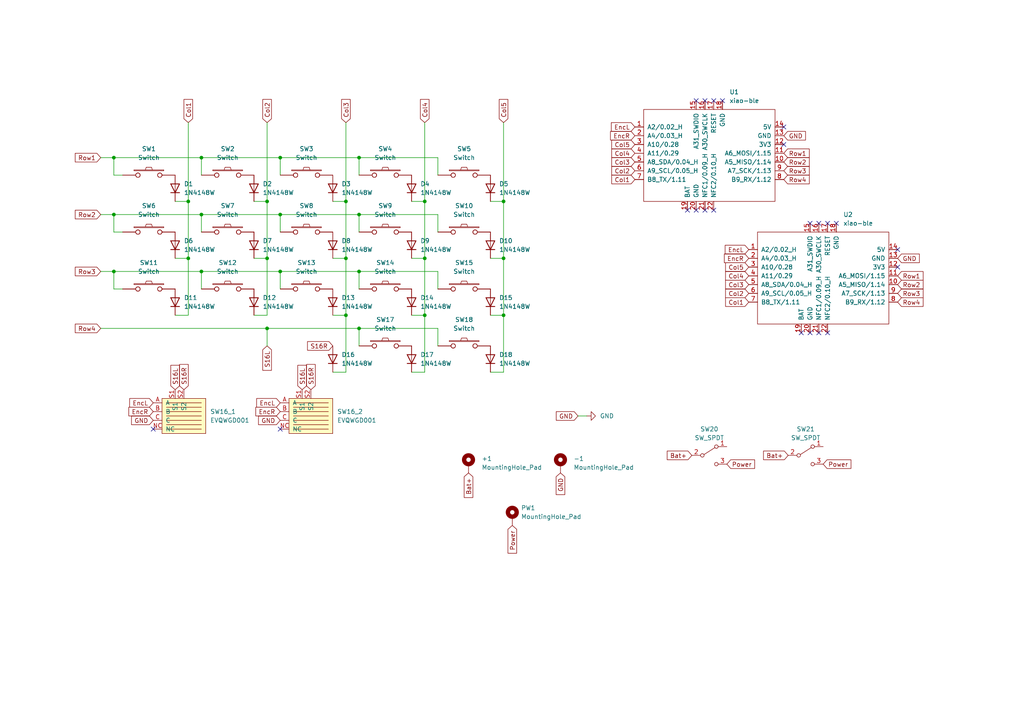
<source format=kicad_sch>
(kicad_sch (version 20211123) (generator eeschema)
  (paper "A4")
  (lib_symbols
    (symbol "Diode:1N4148W" (pin_numbers hide) (pin_names (offset 1.016) hide)
      (property "Reference" "D" (at 0 2.54 0))
      (property "Value" "1N4148W" (at 0 -2.54 0))
      (symbol "1N4148W_0_1"
        (polyline (pts (xy -1.27 1.27) (xy -1.27 -1.27)) (stroke (width 0.254)))
        (polyline (pts (xy 1.27 0) (xy -1.27 0)))
        (polyline (pts (xy 1.27 1.27) (xy 1.27 -1.27) (xy -1.27 0) (xy 1.27 1.27)) (stroke (width 0.254)))
      )
      (symbol "1N4148W_1_1"
        (pin passive line (at -3.81 0 0) (length 2.54) (name "K") (number "1"))
        (pin passive line (at 3.81 0 180) (length 2.54) (name "A") (number "2"))
      )
    )
    (symbol "Mechanical:MountingHole_Pad" (pin_numbers hide) (pin_names (offset 1.016) hide)
      (property "Reference" "H" (at 0 6.35 0))
      (property "Value" "MountingHole_Pad" (at 0 4.445 0))
      (symbol "MountingHole_Pad_0_1"
        (circle (center 0 1.27) (radius 1.27) (stroke (width 1.27)))
      )
      (symbol "MountingHole_Pad_1_1"
        (pin input line (at 0 -2.54 90) (length 2.54) (name "1") (number "1"))
      )
    )
    (symbol "Switch:SW_SPDT" (pin_names (offset 0) hide)
      (property "Reference" "SW" (at 0 4.318 0))
      (property "Value" "SW_SPDT" (at 0 -5.08 0))
      (symbol "SW_SPDT_0_0"
        (circle (center -2.032 0) (radius 0.508))
        (circle (center 2.032 -2.54) (radius 0.508))
      )
      (symbol "SW_SPDT_0_1"
        (polyline (pts (xy -1.524 0.254) (xy 1.651 2.286)))
        (circle (center 2.032 2.54) (radius 0.508))
      )
      (symbol "SW_SPDT_1_1"
        (pin passive line (at 5.08 2.54 180) (length 2.54) (name "A") (number "1"))
        (pin passive line (at -5.08 0 0) (length 2.54) (name "B") (number "2"))
        (pin passive line (at 5.08 -2.54 180) (length 2.54) (name "C") (number "3"))
      )
    )
    (symbol "evq:EVQWGD001" (pin_names (offset 1.016))
      (property "Reference" "SW13" (at 1.3716 -7.0612 0))
      (property "Value" "EVQWGD001" (at -0.9398 -7.0612 0))
      (symbol "EVQWGD001_0_1"
        (rectangle (start -6.35 3.81) (end 6.35 -6.35) (fill (type background)))
        (polyline (pts (xy -5.08 -5.08) (xy 5.08 -5.08)))
        (polyline (pts (xy -5.08 -3.81) (xy 5.08 -3.81)))
        (polyline (pts (xy -5.08 -2.54) (xy 5.08 -2.54)))
        (polyline (pts (xy -5.08 -1.27) (xy 5.08 -1.27)))
        (polyline (pts (xy -5.08 0) (xy 5.08 0)))
        (polyline (pts (xy -5.08 1.27) (xy 5.08 1.27)))
        (polyline (pts (xy -5.08 2.54) (xy 5.08 2.54)))
      )
      (symbol "EVQWGD001_1_1"
        (pin output line (at -8.89 2.54 0) (length 2.54) (name "A") (number "A"))
        (pin output line (at -8.89 0 0) (length 2.54) (name "B") (number "B"))
        (pin passive line (at -8.89 -2.54 0) (length 2.54) (name "C") (number "C"))
        (pin unspecified line (at -8.89 -5.08 0) (length 2.54) (name "NC") (number "NC"))
        (pin output line (at -2.54 6.35 270) (length 2.54) (name "S1") (number "S1"))
        (pin output line (at 0 6.35 270) (length 2.54) (name "S2") (number "S2"))
      )
    )
    (symbol "power:GND" (power) (pin_names (offset 0))
      (property "Value" "GND" (at 0 -3.81 0))
      (symbol "GND_0_1"
        (polyline (pts (xy 0 0) (xy 0 -1.27) (xy 1.27 -1.27) (xy 0 -2.54) (xy -1.27 -1.27) (xy 0 -1.27)))
      )
      (symbol "GND_1_1"
        (pin power_in line (at 0 0 270) (length 0) hide (name "GND") (number "1"))
      )
    )
    (symbol "smores:Switch" (pin_numbers hide) (pin_names (offset 1.016) hide)
      (property "Reference" "SW" (at 3.81 2.794 0))
      (property "Value" "Switch" (at 0 -2.032 0))
      (symbol "Switch_0_1"
        (rectangle (start -4.318 1.27) (end 4.318 1.524))
        (polyline (pts (xy -1.016 1.524) (xy -0.762 2.286) (xy 0.762 2.286) (xy 1.016 1.524)))
        (pin passive inverted (at -7.62 0 0) (length 5.08) (name "1") (number "1"))
        (pin passive inverted (at 7.62 0 180) (length 5.08) (name "2") (number "2"))
      )
    )
    (symbol "xiao:xiao-ble" (pin_names (offset 1.016))
      (property "Reference" "U" (at -17.78 16.51 0))
      (property "Value" "xiao-ble" (at -15.24 13.97 0))
      (symbol "xiao-ble_0_1"
        (rectangle (start -19.05 12.7) (end 19.05 -13.97))
      )
      (symbol "xiao-ble_1_1"
        (pin bidirectional line (at -21.59 7.62 0) (length 2.54) (name "A2/0.02_H") (number "1"))
        (pin bidirectional line (at 21.59 -2.54 180) (length 2.54) (name "A5_MISO/1.14") (number "10"))
        (pin bidirectional line (at 21.59 0 180) (length 2.54) (name "A6_MOSI/1.15") (number "11"))
        (pin power_out line (at 21.59 2.54 180) (length 2.54) (name "3V3") (number "12"))
        (pin power_out line (at 21.59 5.08 180) (length 2.54) (name "GND") (number "13"))
        (pin power_out line (at 21.59 7.62 180) (length 2.54) (name "5V") (number "14"))
        (pin input line (at -3.81 15.24 270) (length 2.54) (name "A31_SWDIO") (number "15"))
        (pin input line (at -1.27 15.24 270) (length 2.54) (name "A30_SWCLK") (number "16"))
        (pin input line (at 1.27 15.24 270) (length 2.54) (name "RESET") (number "17"))
        (pin power_out line (at 3.81 15.24 270) (length 2.54) (name "GND") (number "18"))
        (pin bidirectional line (at -6.35 -16.51 90) (length 2.54) (name "BAT") (number "19"))
        (pin bidirectional line (at -21.59 5.08 0) (length 2.54) (name "A4/0.03_H") (number "2"))
        (pin power_out line (at -3.81 -16.51 90) (length 2.54) (name "GND") (number "20"))
        (pin bidirectional line (at -1.27 -16.51 90) (length 2.54) (name "NFC1/0.09_H") (number "21"))
        (pin bidirectional line (at 1.27 -16.51 90) (length 2.54) (name "NFC2/0.10_H") (number "22"))
        (pin bidirectional line (at -21.59 2.54 0) (length 2.54) (name "A10/0.28") (number "3"))
        (pin bidirectional line (at -21.59 0 0) (length 2.54) (name "A11/0.29") (number "4"))
        (pin bidirectional line (at -21.59 -2.54 0) (length 2.54) (name "A8_SDA/0.04_H") (number "5"))
        (pin bidirectional line (at -21.59 -5.08 0) (length 2.54) (name "A9_SCL/0.05_H") (number "6"))
        (pin bidirectional line (at -21.59 -7.62 0) (length 2.54) (name "B8_TX/1.11") (number "7"))
        (pin bidirectional line (at 21.59 -7.62 180) (length 2.54) (name "B9_RX/1.12") (number "8"))
        (pin bidirectional line (at 21.59 -5.08 180) (length 2.54) (name "A7_SCK/1.13") (number "9"))
      )
    )
  )
  (junction (at 81.28 78.74))
  (junction (at 146.05 74.93))
  (junction (at 146.05 91.44))
  (junction (at 100.33 91.44))
  (junction (at 81.28 62.23))
  (junction (at 33.02 78.74))
  (junction (at 33.02 62.23))
  (junction (at 77.47 74.93))
  (junction (at 58.42 62.23))
  (junction (at 77.47 95.25))
  (junction (at 77.47 58.42))
  (junction (at 58.42 45.72))
  (junction (at 123.19 58.42))
  (junction (at 104.14 62.23))
  (junction (at 100.33 74.93))
  (junction (at 54.61 58.42))
  (junction (at 104.14 45.72))
  (junction (at 58.42 78.74))
  (junction (at 123.19 91.44))
  (junction (at 33.02 45.72))
  (junction (at 104.14 78.74))
  (junction (at 104.14 95.25))
  (junction (at 123.19 74.93))
  (junction (at 100.33 58.42))
  (junction (at 146.05 58.42))
  (junction (at 81.28 45.72))
  (junction (at 54.61 74.93))
  (no_connect (at 237.49 96.52))
  (no_connect (at 227.33 41.91))
  (no_connect (at 237.49 64.77))
  (no_connect (at 234.95 64.77))
  (no_connect (at 44.45 124.46))
  (no_connect (at 81.28 124.46))
  (no_connect (at 204.47 60.96))
  (no_connect (at 207.01 60.96))
  (no_connect (at 204.47 29.21))
  (no_connect (at 201.93 29.21))
  (no_connect (at 240.03 96.52))
  (no_connect (at 260.35 77.47))
  (no_connect (at 207.01 29.21))
  (no_connect (at 209.55 29.21))
  (no_connect (at 199.39 60.96))
  (no_connect (at 201.93 60.96))
  (no_connect (at 227.33 36.83))
  (no_connect (at 260.35 72.39))
  (no_connect (at 240.03 64.77))
  (no_connect (at 242.57 64.77))
  (no_connect (at 232.41 96.52))
  (no_connect (at 234.95 96.52))
  (wire (pts (xy 33.02 45.72) (xy 33.02 50.8)))
  (wire (pts (xy 50.8 91.44) (xy 54.61 91.44)))
  (wire (pts (xy 104.14 78.74) (xy 104.14 83.82)))
  (wire (pts (xy 127 45.72) (xy 127 50.8)))
  (wire (pts (xy 104.14 62.23) (xy 127 62.23)))
  (wire (pts (xy 54.61 35.56) (xy 54.61 58.42)))
  (wire (pts (xy 33.02 45.72) (xy 58.42 45.72)))
  (wire (pts (xy 77.47 95.25) (xy 104.14 95.25)))
  (wire (pts (xy 29.21 95.25) (xy 77.47 95.25)))
  (wire (pts (xy 104.14 95.25) (xy 104.14 100.33)))
  (wire (pts (xy 127 95.25) (xy 127 100.33)))
  (wire (pts (xy 96.52 58.42) (xy 100.33 58.42)))
  (wire (pts (xy 35.56 83.82) (xy 33.02 83.82)))
  (wire (pts (xy 123.19 35.56) (xy 123.19 58.42)))
  (wire (pts (xy 58.42 62.23) (xy 58.42 67.31)))
  (wire (pts (xy 33.02 50.8) (xy 35.56 50.8)))
  (wire (pts (xy 50.8 58.42) (xy 54.61 58.42)))
  (wire (pts (xy 100.33 91.44) (xy 100.33 107.95)))
  (wire (pts (xy 58.42 78.74) (xy 58.42 83.82)))
  (wire (pts (xy 142.24 91.44) (xy 146.05 91.44)))
  (wire (pts (xy 127 78.74) (xy 127 83.82)))
  (wire (pts (xy 58.42 45.72) (xy 81.28 45.72)))
  (wire (pts (xy 146.05 35.56) (xy 146.05 58.42)))
  (wire (pts (xy 81.28 62.23) (xy 104.14 62.23)))
  (wire (pts (xy 146.05 107.95) (xy 142.24 107.95)))
  (wire (pts (xy 33.02 78.74) (xy 58.42 78.74)))
  (wire (pts (xy 146.05 74.93) (xy 146.05 91.44)))
  (wire (pts (xy 29.21 78.74) (xy 33.02 78.74)))
  (wire (pts (xy 123.19 74.93) (xy 123.19 91.44)))
  (wire (pts (xy 104.14 62.23) (xy 104.14 67.31)))
  (wire (pts (xy 33.02 83.82) (xy 33.02 78.74)))
  (wire (pts (xy 33.02 62.23) (xy 58.42 62.23)))
  (wire (pts (xy 58.42 62.23) (xy 81.28 62.23)))
  (wire (pts (xy 77.47 95.25) (xy 77.47 100.33)))
  (wire (pts (xy 77.47 74.93) (xy 77.47 91.44)))
  (wire (pts (xy 104.14 45.72) (xy 127 45.72)))
  (wire (pts (xy 54.61 74.93) (xy 54.61 91.44)))
  (wire (pts (xy 77.47 35.56) (xy 77.47 58.42)))
  (wire (pts (xy 146.05 91.44) (xy 146.05 107.95)))
  (wire (pts (xy 119.38 74.93) (xy 123.19 74.93)))
  (wire (pts (xy 29.21 45.72) (xy 33.02 45.72)))
  (wire (pts (xy 33.02 67.31) (xy 35.56 67.31)))
  (wire (pts (xy 100.33 35.56) (xy 100.33 58.42)))
  (wire (pts (xy 81.28 78.74) (xy 104.14 78.74)))
  (wire (pts (xy 96.52 74.93) (xy 100.33 74.93)))
  (wire (pts (xy 81.28 45.72) (xy 81.28 50.8)))
  (wire (pts (xy 73.66 91.44) (xy 77.47 91.44)))
  (wire (pts (xy 54.61 58.42) (xy 54.61 74.93)))
  (wire (pts (xy 146.05 58.42) (xy 146.05 74.93)))
  (wire (pts (xy 142.24 74.93) (xy 146.05 74.93)))
  (wire (pts (xy 33.02 62.23) (xy 33.02 67.31)))
  (wire (pts (xy 100.33 58.42) (xy 100.33 74.93)))
  (wire (pts (xy 123.19 91.44) (xy 123.19 107.95)))
  (wire (pts (xy 81.28 78.74) (xy 81.28 83.82)))
  (wire (pts (xy 119.38 58.42) (xy 123.19 58.42)))
  (wire (pts (xy 77.47 58.42) (xy 77.47 74.93)))
  (wire (pts (xy 104.14 78.74) (xy 127 78.74)))
  (wire (pts (xy 96.52 91.44) (xy 100.33 91.44)))
  (wire (pts (xy 58.42 45.72) (xy 58.42 50.8)))
  (wire (pts (xy 167.64 120.65) (xy 170.18 120.65)))
  (wire (pts (xy 81.28 62.23) (xy 81.28 67.31)))
  (wire (pts (xy 123.19 107.95) (xy 119.38 107.95)))
  (wire (pts (xy 142.24 58.42) (xy 146.05 58.42)))
  (wire (pts (xy 123.19 58.42) (xy 123.19 74.93)))
  (wire (pts (xy 73.66 58.42) (xy 77.47 58.42)))
  (wire (pts (xy 50.8 74.93) (xy 54.61 74.93)))
  (wire (pts (xy 81.28 45.72) (xy 104.14 45.72)))
  (wire (pts (xy 58.42 78.74) (xy 81.28 78.74)))
  (wire (pts (xy 127 62.23) (xy 127 67.31)))
  (wire (pts (xy 119.38 91.44) (xy 123.19 91.44)))
  (wire (pts (xy 104.14 45.72) (xy 104.14 50.8)))
  (wire (pts (xy 100.33 107.95) (xy 96.52 107.95)))
  (wire (pts (xy 29.21 62.23) (xy 33.02 62.23)))
  (wire (pts (xy 73.66 74.93) (xy 77.47 74.93)))
  (wire (pts (xy 104.14 95.25) (xy 127 95.25)))
  (wire (pts (xy 100.33 74.93) (xy 100.33 91.44)))
  (global_label "Col5" (shape input) (at 184.15 41.91 180) (property "Intersheet References" "${INTERSHEET_REFS}" (effects hide)))
  (global_label "EncL" (shape input) (at 81.28 116.84 180) (property "Intersheet References" "${INTERSHEET_REFS}" (effects hide)))
  (global_label "Power" (shape input) (at 238.76 134.62 0) (property "Intersheet References" "${INTERSHEET_REFS}" (effects hide)))
  (global_label "S16L" (shape input) (at 50.8 113.03 90) (property "Intersheet References" "${INTERSHEET_REFS}" (effects hide)))
  (global_label "Col3" (shape input) (at 100.33 35.56 90) (property "Intersheet References" "${INTERSHEET_REFS}" (effects hide)))
  (global_label "Col5" (shape input) (at 146.05 35.56 90) (property "Intersheet References" "${INTERSHEET_REFS}" (effects hide)))
  (global_label "Row1" (shape input) (at 227.33 44.45 0) (property "Intersheet References" "${INTERSHEET_REFS}" (effects hide)))
  (global_label "Row2" (shape input) (at 29.21 62.23 180) (property "Intersheet References" "${INTERSHEET_REFS}" (effects hide)))
  (global_label "Bat+" (shape input) (at 135.89 137.16 270) (property "Intersheet References" "${INTERSHEET_REFS}" (effects hide)))
  (global_label "S16L" (shape input) (at 77.47 100.33 270) (property "Intersheet References" "${INTERSHEET_REFS}" (effects hide)))
  (global_label "Power" (shape input) (at 210.82 134.62 0) (property "Intersheet References" "${INTERSHEET_REFS}" (effects hide)))
  (global_label "Row3" (shape input) (at 227.33 49.53 0) (property "Intersheet References" "${INTERSHEET_REFS}" (effects hide)))
  (global_label "Row1" (shape input) (at 29.21 45.72 180) (property "Intersheet References" "${INTERSHEET_REFS}" (effects hide)))
  (global_label "EncR" (shape input) (at 217.17 74.93 180) (property "Intersheet References" "${INTERSHEET_REFS}" (effects hide)))
  (global_label "Col1" (shape input) (at 184.15 52.07 180) (property "Intersheet References" "${INTERSHEET_REFS}" (effects hide)))
  (global_label "GND" (shape input) (at 162.56 137.16 270) (property "Intersheet References" "${INTERSHEET_REFS}" (effects hide)))
  (global_label "S16R" (shape input) (at 96.52 100.33 180) (property "Intersheet References" "${INTERSHEET_REFS}" (effects hide)))
  (global_label "EncL" (shape input) (at 184.15 36.83 180) (property "Intersheet References" "${INTERSHEET_REFS}" (effects hide)))
  (global_label "GND" (shape input) (at 44.45 121.92 180) (property "Intersheet References" "${INTERSHEET_REFS}" (effects hide)))
  (global_label "EncR" (shape input) (at 44.45 119.38 180) (property "Intersheet References" "${INTERSHEET_REFS}" (effects hide)))
  (global_label "Col4" (shape input) (at 184.15 44.45 180) (property "Intersheet References" "${INTERSHEET_REFS}" (effects hide)))
  (global_label "S16R" (shape input) (at 90.17 113.03 90) (property "Intersheet References" "${INTERSHEET_REFS}" (effects hide)))
  (global_label "GND" (shape input) (at 81.28 121.92 180) (property "Intersheet References" "${INTERSHEET_REFS}" (effects hide)))
  (global_label "Row4" (shape input) (at 260.35 87.63 0) (property "Intersheet References" "${INTERSHEET_REFS}" (effects hide)))
  (global_label "Row1" (shape input) (at 260.35 80.01 0) (property "Intersheet References" "${INTERSHEET_REFS}" (effects hide)))
  (global_label "Power" (shape input) (at 148.59 152.4 270) (property "Intersheet References" "${INTERSHEET_REFS}" (effects hide)))
  (global_label "Col4" (shape input) (at 123.19 35.56 90) (property "Intersheet References" "${INTERSHEET_REFS}" (effects hide)))
  (global_label "S16L" (shape input) (at 87.63 113.03 90) (property "Intersheet References" "${INTERSHEET_REFS}" (effects hide)))
  (global_label "Col2" (shape input) (at 184.15 49.53 180) (property "Intersheet References" "${INTERSHEET_REFS}" (effects hide)))
  (global_label "Col1" (shape input) (at 54.61 35.56 90) (property "Intersheet References" "${INTERSHEET_REFS}" (effects hide)))
  (global_label "EncL" (shape input) (at 44.45 116.84 180) (property "Intersheet References" "${INTERSHEET_REFS}" (effects hide)))
  (global_label "Col1" (shape input) (at 217.17 87.63 180) (property "Intersheet References" "${INTERSHEET_REFS}" (effects hide)))
  (global_label "Col4" (shape input) (at 217.17 80.01 180) (property "Intersheet References" "${INTERSHEET_REFS}" (effects hide)))
  (global_label "Row2" (shape input) (at 227.33 46.99 0) (property "Intersheet References" "${INTERSHEET_REFS}" (effects hide)))
  (global_label "Bat+" (shape input) (at 228.6 132.08 180) (property "Intersheet References" "${INTERSHEET_REFS}" (effects hide)))
  (global_label "Row3" (shape input) (at 29.21 78.74 180) (property "Intersheet References" "${INTERSHEET_REFS}" (effects hide)))
  (global_label "EncR" (shape input) (at 81.28 119.38 180) (property "Intersheet References" "${INTERSHEET_REFS}" (effects hide)))
  (global_label "Row2" (shape input) (at 260.35 82.55 0) (property "Intersheet References" "${INTERSHEET_REFS}" (effects hide)))
  (global_label "Row4" (shape input) (at 29.21 95.25 180) (property "Intersheet References" "${INTERSHEET_REFS}" (effects hide)))
  (global_label "Row3" (shape input) (at 260.35 85.09 0) (property "Intersheet References" "${INTERSHEET_REFS}" (effects hide)))
  (global_label "GND" (shape input) (at 260.35 74.93 0) (property "Intersheet References" "${INTERSHEET_REFS}" (effects hide)))
  (global_label "Col2" (shape input) (at 217.17 85.09 180) (property "Intersheet References" "${INTERSHEET_REFS}" (effects hide)))
  (global_label "GND" (shape input) (at 227.33 39.37 0) (property "Intersheet References" "${INTERSHEET_REFS}" (effects hide)))
  (global_label "EncR" (shape input) (at 184.15 39.37 180) (property "Intersheet References" "${INTERSHEET_REFS}" (effects hide)))
  (global_label "Row4" (shape input) (at 227.33 52.07 0) (property "Intersheet References" "${INTERSHEET_REFS}" (effects hide)))
  (global_label "Col2" (shape input) (at 77.47 35.56 90) (property "Intersheet References" "${INTERSHEET_REFS}" (effects hide)))
  (global_label "Col3" (shape input) (at 217.17 82.55 180) (property "Intersheet References" "${INTERSHEET_REFS}" (effects hide)))
  (global_label "EncL" (shape input) (at 217.17 72.39 180) (property "Intersheet References" "${INTERSHEET_REFS}" (effects hide)))
  (global_label "Col3" (shape input) (at 184.15 46.99 180) (property "Intersheet References" "${INTERSHEET_REFS}" (effects hide)))
  (global_label "S16R" (shape input) (at 53.34 113.03 90) (property "Intersheet References" "${INTERSHEET_REFS}" (effects hide)))
  (global_label "Col5" (shape input) (at 217.17 77.47 180) (property "Intersheet References" "${INTERSHEET_REFS}" (effects hide)))
  (global_label "GND" (shape input) (at 167.64 120.65 180) (property "Intersheet References" "${INTERSHEET_REFS}" (effects hide)))
  (global_label "Bat+" (shape input) (at 200.66 132.08 180) (property "Intersheet References" "${INTERSHEET_REFS}" (effects hide)))
  (symbol (lib_id "Mechanical:MountingHole_Pad") (at 162.56 134.62 0) (unit 1)
    (property "Reference" "-1" (at 166.37 133.0324 0) (effects (justify left)))
    (property "Value" "MountingHole_Pad" (at 166.37 135.5724 0) (effects (justify left)))
    (property "Footprint" "footprints:single-pin" (effects hide))
  )
  (symbol (lib_id "Diode:1N4148W") (at 96.52 87.63 90) (unit 1)
    (property "Reference" "D13" (at 99.06 86.3599 90) (effects (justify right)))
    (property "Value" "1N4148W" (at 99.06 88.8999 90) (effects (justify right)))
    (property "Footprint" "footprints:smd-diode" (effects hide))
    (property "Datasheet" "https://www.vishay.com/docs/85748/1n4148w.pdf" (effects hide))
  )
  (symbol (lib_id "smores:Switch") (at 88.9 83.82 0) (unit 1)
    (property "Reference" "SW13" (at 88.9 76.2 0))
    (property "Value" "Switch" (at 88.9 78.74 0))
    (property "Footprint" "footprints:choc-switch-solder-only" (effects hide))
  )
  (symbol (lib_id "Mechanical:MountingHole_Pad") (at 148.59 149.86 0) (unit 1)
    (property "Reference" "PW1" (at 151.13 147.3199 0) (effects (justify left)))
    (property "Value" "MountingHole_Pad" (at 151.13 149.8599 0) (effects (justify left)))
    (property "Footprint" "footprints:single-pin" (effects hide))
  )
  (symbol (lib_id "Diode:1N4148W") (at 96.52 104.14 90) (unit 1)
    (property "Reference" "D16" (at 99.06 102.8699 90) (effects (justify right)))
    (property "Value" "1N4148W" (at 99.06 105.4099 90) (effects (justify right)))
    (property "Footprint" "footprints:smd-diode" (effects hide))
    (property "Datasheet" "https://www.vishay.com/docs/85748/1n4148w.pdf" (effects hide))
  )
  (symbol (lib_id "Switch:SW_SPDT") (at 205.74 132.08 0) (unit 1)
    (property "Reference" "SW20" (at 205.74 124.46 0))
    (property "Value" "SW_SPDT" (at 205.74 127 0))
    (property "Footprint" "Button_Switch_SMD:SW_SPDT_PCM12" (effects hide))
  )
  (symbol (lib_id "smores:Switch") (at 134.62 67.31 0) (unit 1)
    (property "Reference" "SW10" (at 134.62 59.69 0))
    (property "Value" "Switch" (at 134.62 62.23 0))
    (property "Footprint" "footprints:choc-switch-solder-only" (effects hide))
  )
  (symbol (lib_id "smores:Switch") (at 66.04 50.8 0) (unit 1)
    (property "Reference" "SW2" (at 66.04 43.18 0))
    (property "Value" "Switch" (at 66.04 45.72 0))
    (property "Footprint" "footprints:choc-switch-solder-only" (effects hide))
  )
  (symbol (lib_id "smores:Switch") (at 88.9 50.8 0) (unit 1)
    (property "Reference" "SW3" (at 88.9 43.18 0))
    (property "Value" "Switch" (at 88.9 45.72 0))
    (property "Footprint" "footprints:choc-switch-solder-only" (effects hide))
  )
  (symbol (lib_id "Diode:1N4148W") (at 142.24 71.12 90) (unit 1)
    (property "Reference" "D10" (at 144.78 69.8499 90) (effects (justify right)))
    (property "Value" "1N4148W" (at 144.78 72.3899 90) (effects (justify right)))
    (property "Footprint" "footprints:smd-diode" (effects hide))
    (property "Datasheet" "https://www.vishay.com/docs/85748/1n4148w.pdf" (effects hide))
  )
  (symbol (lib_id "smores:Switch") (at 111.76 100.33 0) (unit 1)
    (property "Reference" "SW17" (at 111.76 92.71 0))
    (property "Value" "Switch" (at 111.76 95.25 0))
    (property "Footprint" "footprints:choc-switch-solder-only" (effects hide))
  )
  (symbol (lib_id "Diode:1N4148W") (at 50.8 54.61 90) (unit 1)
    (property "Reference" "D1" (at 53.34 53.3399 90) (effects (justify right)))
    (property "Value" "1N4148W" (at 53.34 55.8799 90) (effects (justify right)))
    (property "Footprint" "footprints:smd-diode" (effects hide))
    (property "Datasheet" "https://www.vishay.com/docs/85748/1n4148w.pdf" (effects hide))
  )
  (symbol (lib_id "smores:Switch") (at 43.18 83.82 0) (unit 1)
    (property "Reference" "SW11" (at 43.18 76.2 0))
    (property "Value" "Switch" (at 43.18 78.74 0))
    (property "Footprint" "footprints:choc-switch-solder-only" (effects hide))
  )
  (symbol (lib_id "smores:Switch") (at 43.18 67.31 0) (unit 1)
    (property "Reference" "SW6" (at 43.18 59.69 0))
    (property "Value" "Switch" (at 43.18 62.23 0))
    (property "Footprint" "footprints:choc-switch-solder-only" (effects hide))
  )
  (symbol (lib_id "Diode:1N4148W") (at 50.8 87.63 90) (unit 1)
    (property "Reference" "D11" (at 53.34 86.3599 90) (effects (justify right)))
    (property "Value" "1N4148W" (at 53.34 88.8999 90) (effects (justify right)))
    (property "Footprint" "footprints:smd-diode" (effects hide))
    (property "Datasheet" "https://www.vishay.com/docs/85748/1n4148w.pdf" (effects hide))
  )
  (symbol (lib_id "smores:Switch") (at 134.62 83.82 0) (unit 1)
    (property "Reference" "SW15" (at 134.62 76.2 0))
    (property "Value" "Switch" (at 134.62 78.74 0))
    (property "Footprint" "footprints:choc-switch-solder-only" (effects hide))
  )
  (symbol (lib_id "Diode:1N4148W") (at 96.52 54.61 90) (unit 1)
    (property "Reference" "D3" (at 99.06 53.3399 90) (effects (justify right)))
    (property "Value" "1N4148W" (at 99.06 55.8799 90) (effects (justify right)))
    (property "Footprint" "footprints:smd-diode" (effects hide))
    (property "Datasheet" "https://www.vishay.com/docs/85748/1n4148w.pdf" (effects hide))
  )
  (symbol (lib_id "Diode:1N4148W") (at 73.66 54.61 90) (unit 1)
    (property "Reference" "D2" (at 76.2 53.3399 90) (effects (justify right)))
    (property "Value" "1N4148W" (at 76.2 55.8799 90) (effects (justify right)))
    (property "Footprint" "footprints:smd-diode" (effects hide))
    (property "Datasheet" "https://www.vishay.com/docs/85748/1n4148w.pdf" (effects hide))
  )
  (symbol (lib_id "Diode:1N4148W") (at 73.66 71.12 90) (unit 1)
    (property "Reference" "D7" (at 76.2 69.8499 90) (effects (justify right)))
    (property "Value" "1N4148W" (at 76.2 72.3899 90) (effects (justify right)))
    (property "Footprint" "footprints:smd-diode" (effects hide))
    (property "Datasheet" "https://www.vishay.com/docs/85748/1n4148w.pdf" (effects hide))
  )
  (symbol (lib_id "evq:EVQWGD001") (at 90.17 119.38 0) (unit 1)
    (property "Reference" "SW16_2" (at 97.79 119.3799 0) (effects (justify left)))
    (property "Value" "EVQWGD001" (at 97.79 121.9199 0) (effects (justify left)))
    (property "Footprint" "footprints:evq" (effects hide))
  )
  (symbol (lib_id "smores:Switch") (at 88.9 67.31 0) (unit 1)
    (property "Reference" "SW8" (at 88.9 59.69 0))
    (property "Value" "Switch" (at 88.9 62.23 0))
    (property "Footprint" "footprints:choc-switch-solder-only" (effects hide))
  )
  (symbol (lib_id "smores:Switch") (at 43.18 50.8 0) (unit 1)
    (property "Reference" "SW1" (at 43.18 43.18 0))
    (property "Value" "Switch" (at 43.18 45.72 0))
    (property "Footprint" "footprints:choc-switch-solder-only" (effects hide))
  )
  (symbol (lib_id "Switch:SW_SPDT") (at 233.68 132.08 0) (unit 1)
    (property "Reference" "SW21" (at 233.68 124.46 0))
    (property "Value" "SW_SPDT" (at 233.68 127 0))
    (property "Footprint" "Button_Switch_SMD:SW_SPDT_PCM12" (effects hide))
  )
  (symbol (lib_id "Diode:1N4148W") (at 119.38 54.61 90) (unit 1)
    (property "Reference" "D4" (at 121.92 53.3399 90) (effects (justify right)))
    (property "Value" "1N4148W" (at 121.92 55.8799 90) (effects (justify right)))
    (property "Footprint" "footprints:smd-diode" (effects hide))
    (property "Datasheet" "https://www.vishay.com/docs/85748/1n4148w.pdf" (effects hide))
  )
  (symbol (lib_id "Diode:1N4148W") (at 142.24 54.61 90) (unit 1)
    (property "Reference" "D5" (at 144.78 53.3399 90) (effects (justify right)))
    (property "Value" "1N4148W" (at 144.78 55.8799 90) (effects (justify right)))
    (property "Footprint" "footprints:smd-diode" (effects hide))
    (property "Datasheet" "https://www.vishay.com/docs/85748/1n4148w.pdf" (effects hide))
  )
  (symbol (lib_id "Diode:1N4148W") (at 142.24 87.63 90) (unit 1)
    (property "Reference" "D15" (at 144.78 86.3599 90) (effects (justify right)))
    (property "Value" "1N4148W" (at 144.78 88.8999 90) (effects (justify right)))
    (property "Footprint" "footprints:smd-diode" (effects hide))
    (property "Datasheet" "https://www.vishay.com/docs/85748/1n4148w.pdf" (effects hide))
  )
  (symbol (lib_id "Diode:1N4148W") (at 119.38 71.12 90) (unit 1)
    (property "Reference" "D9" (at 121.92 69.8499 90) (effects (justify right)))
    (property "Value" "1N4148W" (at 121.92 72.3899 90) (effects (justify right)))
    (property "Footprint" "footprints:smd-diode" (effects hide))
    (property "Datasheet" "https://www.vishay.com/docs/85748/1n4148w.pdf" (effects hide))
  )
  (symbol (lib_id "evq:EVQWGD001") (at 53.34 119.38 0) (unit 1)
    (property "Reference" "SW16_1" (at 60.96 119.3799 0) (effects (justify left)))
    (property "Value" "EVQWGD001" (at 60.96 121.9199 0) (effects (justify left)))
    (property "Footprint" "footprints:evq" (effects hide))
  )
  (symbol (lib_id "xiao:xiao-ble") (at 238.76 80.01 0) (unit 1)
    (property "Reference" "U2" (at 244.5894 62.23 0) (effects (justify left)))
    (property "Value" "xiao-ble" (at 244.5894 64.77 0) (effects (justify left)))
    (property "Footprint" "footprints:xiao-ble" (effects hide))
  )
  (symbol (lib_id "smores:Switch") (at 66.04 83.82 0) (unit 1)
    (property "Reference" "SW12" (at 66.04 76.2 0))
    (property "Value" "Switch" (at 66.04 78.74 0))
    (property "Footprint" "footprints:choc-switch-solder-only" (effects hide))
  )
  (symbol (lib_id "Diode:1N4148W") (at 119.38 104.14 90) (unit 1)
    (property "Reference" "D17" (at 121.92 102.8699 90) (effects (justify right)))
    (property "Value" "1N4148W" (at 121.92 105.4099 90) (effects (justify right)))
    (property "Footprint" "footprints:smd-diode" (effects hide))
    (property "Datasheet" "https://www.vishay.com/docs/85748/1n4148w.pdf" (effects hide))
  )
  (symbol (lib_id "Diode:1N4148W") (at 50.8 71.12 90) (unit 1)
    (property "Reference" "D6" (at 53.34 69.8499 90) (effects (justify right)))
    (property "Value" "1N4148W" (at 53.34 72.3899 90) (effects (justify right)))
    (property "Footprint" "footprints:smd-diode" (effects hide))
    (property "Datasheet" "https://www.vishay.com/docs/85748/1n4148w.pdf" (effects hide))
  )
  (symbol (lib_id "smores:Switch") (at 134.62 100.33 0) (unit 1)
    (property "Reference" "SW18" (at 134.62 92.71 0))
    (property "Value" "Switch" (at 134.62 95.25 0))
    (property "Footprint" "footprints:choc-switch-solder-only" (effects hide))
  )
  (symbol (lib_id "Diode:1N4148W") (at 119.38 87.63 90) (unit 1)
    (property "Reference" "D14" (at 121.92 86.3599 90) (effects (justify right)))
    (property "Value" "1N4148W" (at 121.92 88.8999 90) (effects (justify right)))
    (property "Footprint" "footprints:smd-diode" (effects hide))
    (property "Datasheet" "https://www.vishay.com/docs/85748/1n4148w.pdf" (effects hide))
  )
  (symbol (lib_id "Diode:1N4148W") (at 73.66 87.63 90) (unit 1)
    (property "Reference" "D12" (at 76.2 86.3599 90) (effects (justify right)))
    (property "Value" "1N4148W" (at 76.2 88.8999 90) (effects (justify right)))
    (property "Footprint" "footprints:smd-diode" (effects hide))
    (property "Datasheet" "https://www.vishay.com/docs/85748/1n4148w.pdf" (effects hide))
  )
  (symbol (lib_id "Diode:1N4148W") (at 96.52 71.12 90) (unit 1)
    (property "Reference" "D8" (at 99.06 69.8499 90) (effects (justify right)))
    (property "Value" "1N4148W" (at 99.06 72.3899 90) (effects (justify right)))
    (property "Footprint" "footprints:smd-diode" (effects hide))
    (property "Datasheet" "https://www.vishay.com/docs/85748/1n4148w.pdf" (effects hide))
  )
  (symbol (lib_id "smores:Switch") (at 111.76 67.31 0) (unit 1)
    (property "Reference" "SW9" (at 111.76 59.69 0))
    (property "Value" "Switch" (at 111.76 62.23 0))
    (property "Footprint" "footprints:choc-switch-solder-only" (effects hide))
  )
  (symbol (lib_id "power:GND") (at 170.18 120.65 90) (unit 1)
    (property "Reference" "#PWR0101" (effects hide))
    (property "Value" "GND" (at 173.99 120.6499 90) (effects (justify right)))
  )
  (symbol (lib_id "smores:Switch") (at 111.76 83.82 0) (unit 1)
    (property "Reference" "SW14" (at 111.76 76.2 0))
    (property "Value" "Switch" (at 111.76 78.74 0))
    (property "Footprint" "footprints:choc-switch-solder-only" (effects hide))
  )
  (symbol (lib_id "smores:Switch") (at 111.76 50.8 0) (unit 1)
    (property "Reference" "SW4" (at 111.76 43.18 0))
    (property "Value" "Switch" (at 111.76 45.72 0))
    (property "Footprint" "footprints:choc-switch-solder-only" (effects hide))
  )
  (symbol (lib_id "Mechanical:MountingHole_Pad") (at 135.89 134.62 0) (unit 1)
    (property "Reference" "+1" (at 139.7 133.0324 0) (effects (justify left)))
    (property "Value" "MountingHole_Pad" (at 139.7 135.5724 0) (effects (justify left)))
    (property "Footprint" "footprints:single-pin" (effects hide))
  )
  (symbol (lib_id "smores:Switch") (at 134.62 50.8 0) (unit 1)
    (property "Reference" "SW5" (at 134.62 43.18 0))
    (property "Value" "Switch" (at 134.62 45.72 0))
    (property "Footprint" "footprints:choc-switch-solder-only" (effects hide))
  )
  (symbol (lib_id "smores:Switch") (at 66.04 67.31 0) (unit 1)
    (property "Reference" "SW7" (at 66.04 59.69 0))
    (property "Value" "Switch" (at 66.04 62.23 0))
    (property "Footprint" "footprints:choc-switch-solder-only" (effects hide))
  )
  (symbol (lib_id "Diode:1N4148W") (at 142.24 104.14 90) (unit 1)
    (property "Reference" "D18" (at 144.78 102.8699 90) (effects (justify right)))
    (property "Value" "1N4148W" (at 144.78 105.4099 90) (effects (justify right)))
    (property "Footprint" "footprints:smd-diode" (effects hide))
    (property "Datasheet" "https://www.vishay.com/docs/85748/1n4148w.pdf" (effects hide))
  )
  (symbol (lib_id "xiao:xiao-ble") (at 205.74 44.45 0) (unit 1)
    (property "Reference" "U1" (at 211.5694 26.67 0) (effects (justify left)))
    (property "Value" "xiao-ble" (at 211.5694 29.21 0) (effects (justify left)))
    (property "Footprint" "footprints:xiao-ble" (effects hide))
  )
)
</source>
